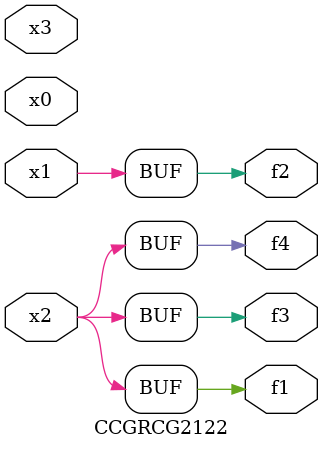
<source format=v>
module CCGRCG2122(
	input x0, x1, x2, x3,
	output f1, f2, f3, f4
);
	assign f1 = x2;
	assign f2 = x1;
	assign f3 = x2;
	assign f4 = x2;
endmodule

</source>
